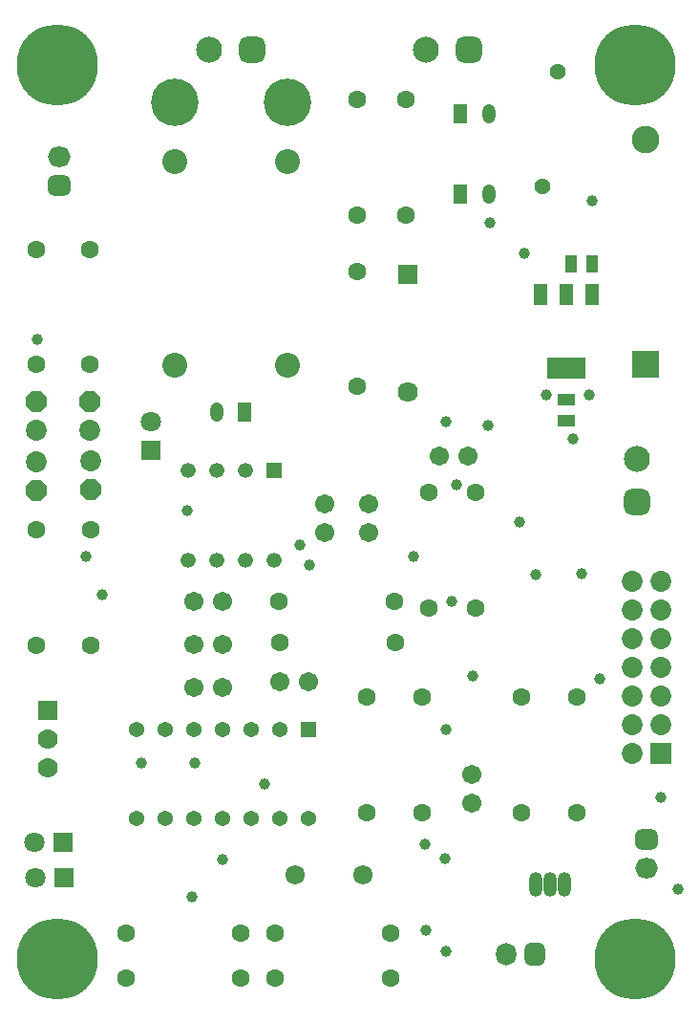
<source format=gbs>
G04*
G04 #@! TF.GenerationSoftware,Altium Limited,Altium Designer,21.3.2 (30)*
G04*
G04 Layer_Color=16711935*
%FSTAX25Y25*%
%MOIN*%
G70*
G04*
G04 #@! TF.SameCoordinates,19385EB9-96A7-4604-B433-F295045984F4*
G04*
G04*
G04 #@! TF.FilePolarity,Negative*
G04*
G01*
G75*
%ADD26C,0.06706*%
%ADD27R,0.05918X0.04343*%
%ADD28R,0.04540X0.07296*%
%ADD29R,0.13792X0.07296*%
%ADD30R,0.04343X0.05918*%
%ADD31C,0.07099*%
%ADD32R,0.07099X0.07099*%
G04:AMPARAMS|DCode=33|XSize=90.68mil|YSize=90.68mil|CornerRadius=24.67mil|HoleSize=0mil|Usage=FLASHONLY|Rotation=180.000|XOffset=0mil|YOffset=0mil|HoleType=Round|Shape=RoundedRectangle|*
%AMROUNDEDRECTD33*
21,1,0.09068,0.04134,0,0,180.0*
21,1,0.04134,0.09068,0,0,180.0*
1,1,0.04934,-0.02067,0.02067*
1,1,0.04934,0.02067,0.02067*
1,1,0.04934,0.02067,-0.02067*
1,1,0.04934,-0.02067,-0.02067*
%
%ADD33ROUNDEDRECTD33*%
%ADD34C,0.09068*%
%ADD35C,0.08674*%
G04:AMPARAMS|DCode=36|XSize=78.87mil|YSize=70.99mil|CornerRadius=19.75mil|HoleSize=0mil|Usage=FLASHONLY|Rotation=180.000|XOffset=0mil|YOffset=0mil|HoleType=Round|Shape=RoundedRectangle|*
%AMROUNDEDRECTD36*
21,1,0.07887,0.03150,0,0,180.0*
21,1,0.03937,0.07099,0,0,180.0*
1,1,0.03950,-0.01968,0.01575*
1,1,0.03950,0.01968,0.01575*
1,1,0.03950,0.01968,-0.01575*
1,1,0.03950,-0.01968,-0.01575*
%
%ADD36ROUNDEDRECTD36*%
%ADD37O,0.07887X0.07099*%
%ADD38C,0.06312*%
%ADD39P,0.07902X8X292.5*%
%ADD40C,0.07300*%
%ADD41R,0.05406X0.05406*%
%ADD42C,0.05406*%
%ADD43C,0.07000*%
%ADD44R,0.07000X0.07000*%
%ADD45C,0.06776*%
%ADD46O,0.04737X0.08674*%
%ADD47C,0.07296*%
%ADD48R,0.07296X0.07296*%
G04:AMPARAMS|DCode=49|XSize=90.68mil|YSize=90.68mil|CornerRadius=24.67mil|HoleSize=0mil|Usage=FLASHONLY|Rotation=90.000|XOffset=0mil|YOffset=0mil|HoleType=Round|Shape=RoundedRectangle|*
%AMROUNDEDRECTD49*
21,1,0.09068,0.04134,0,0,90.0*
21,1,0.04134,0.09068,0,0,90.0*
1,1,0.04934,0.02067,0.02067*
1,1,0.04934,0.02067,-0.02067*
1,1,0.04934,-0.02067,-0.02067*
1,1,0.04934,-0.02067,0.02067*
%
%ADD49ROUNDEDRECTD49*%
%ADD50O,0.04737X0.06706*%
%ADD51R,0.04737X0.06706*%
%ADD52C,0.09658*%
%ADD53R,0.09658X0.09658*%
%ADD54R,0.07099X0.07099*%
G04:AMPARAMS|DCode=55|XSize=78.87mil|YSize=70.99mil|CornerRadius=19.75mil|HoleSize=0mil|Usage=FLASHONLY|Rotation=270.000|XOffset=0mil|YOffset=0mil|HoleType=Round|Shape=RoundedRectangle|*
%AMROUNDEDRECTD55*
21,1,0.07887,0.03150,0,0,270.0*
21,1,0.03937,0.07099,0,0,270.0*
1,1,0.03950,-0.01575,-0.01968*
1,1,0.03950,-0.01575,0.01968*
1,1,0.03950,0.01575,0.01968*
1,1,0.03950,0.01575,-0.01968*
%
%ADD55ROUNDEDRECTD55*%
%ADD56O,0.07099X0.07887*%
%ADD57C,0.16548*%
%ADD58C,0.05635*%
%ADD59R,0.05249X0.05249*%
%ADD60C,0.05249*%
%ADD61R,0.07060X0.07060*%
%ADD62C,0.07060*%
%ADD63C,0.03950*%
%ADD64C,0.03398*%
%ADD103C,0.28359*%
D26*
X0192Y018D02*
D03*
X0202D02*
D03*
X0172035Y0208021D02*
D03*
X0162035D02*
D03*
Y0193011D02*
D03*
X0172035D02*
D03*
X0161935Y0178D02*
D03*
X0171935D02*
D03*
X02589Y0137665D02*
D03*
Y0147665D02*
D03*
X02476Y02588D02*
D03*
X02576D02*
D03*
X02076Y0231892D02*
D03*
Y0241893D02*
D03*
X0223Y0231892D02*
D03*
Y0241893D02*
D03*
D27*
X0292018Y0270906D02*
D03*
Y0278387D02*
D03*
D28*
X0301073Y0315087D02*
D03*
X0292018D02*
D03*
X0282963D02*
D03*
D29*
X0292018Y0289299D02*
D03*
D30*
X0301073Y0325787D02*
D03*
X0293593D02*
D03*
D31*
X01066Y01117D02*
D03*
X01064Y01241D02*
D03*
X0147Y02706D02*
D03*
D32*
X01166Y01117D02*
D03*
X01164Y01241D02*
D03*
D33*
X02579Y0400435D02*
D03*
X01824D02*
D03*
D34*
X02429D02*
D03*
X01674D02*
D03*
X0316614Y02575D02*
D03*
D35*
X0194599Y0290363D02*
D03*
Y0361229D02*
D03*
X0155229Y0290363D02*
D03*
Y0361229D02*
D03*
D36*
X0115Y0353D02*
D03*
X032Y0125D02*
D03*
D37*
X0115Y0363D02*
D03*
X032Y0115D02*
D03*
D38*
X0106903Y0330779D02*
D03*
Y0290622D02*
D03*
X0125803Y0330779D02*
D03*
Y0290622D02*
D03*
X0107003Y0232936D02*
D03*
Y0192778D02*
D03*
X0125903Y0232936D02*
D03*
Y0192778D02*
D03*
X0192121Y01938D02*
D03*
X0232279D02*
D03*
X0231979Y02081D02*
D03*
X0191821D02*
D03*
X0138242Y0076621D02*
D03*
X01784D02*
D03*
Y0092221D02*
D03*
X0138242D02*
D03*
X0190421Y0076621D02*
D03*
X0230579D02*
D03*
X0190421Y0092221D02*
D03*
X0230579D02*
D03*
X02764Y0174479D02*
D03*
Y0134321D02*
D03*
X02956D02*
D03*
Y0174479D02*
D03*
X02605Y0245821D02*
D03*
Y0205664D02*
D03*
X02441Y0245921D02*
D03*
Y0205764D02*
D03*
X0219Y03427D02*
D03*
Y0382857D02*
D03*
X02361Y03427D02*
D03*
Y0382857D02*
D03*
X02222Y0134321D02*
D03*
Y0174479D02*
D03*
X02416Y0134321D02*
D03*
Y0174479D02*
D03*
X0219Y0282821D02*
D03*
Y0322979D02*
D03*
D39*
X0106903Y0277601D02*
D03*
X0125803D02*
D03*
X0125903Y0246957D02*
D03*
X0107003Y0246657D02*
D03*
D40*
X0106903Y0267601D02*
D03*
X0125803D02*
D03*
X0125903Y0256957D02*
D03*
X0107003Y0256657D02*
D03*
D41*
X02021Y016346D02*
D03*
D42*
X01921D02*
D03*
X01821D02*
D03*
X01721D02*
D03*
X01621D02*
D03*
X01521D02*
D03*
X01421D02*
D03*
Y01322D02*
D03*
X01521D02*
D03*
X01621D02*
D03*
X01721D02*
D03*
X01821D02*
D03*
X01921D02*
D03*
X02021D02*
D03*
D43*
X0111Y015D02*
D03*
Y016D02*
D03*
D44*
Y017D02*
D03*
D45*
X0221Y01127D02*
D03*
X0197378D02*
D03*
D46*
X02812Y01093D02*
D03*
X02862D02*
D03*
X02912D02*
D03*
D47*
X0315Y0215D02*
D03*
Y0205D02*
D03*
X0325Y0215D02*
D03*
Y0205D02*
D03*
X0315Y0195D02*
D03*
X0325D02*
D03*
X0315Y0165D02*
D03*
X0325D02*
D03*
X0315Y0155D02*
D03*
X0325Y0175D02*
D03*
X0315D02*
D03*
X0325Y0185D02*
D03*
X0315D02*
D03*
D48*
X0325Y0155D02*
D03*
D49*
X0316614Y02425D02*
D03*
D50*
X02649Y0378121D02*
D03*
X0265Y03499D02*
D03*
X0169957Y0274121D02*
D03*
D51*
X0255058Y0378121D02*
D03*
X0255157Y03499D02*
D03*
X01798Y0274121D02*
D03*
D52*
X03197Y0369065D02*
D03*
D53*
Y02906D02*
D03*
D54*
X0147Y02606D02*
D03*
D55*
X0281Y0085D02*
D03*
D56*
X0271D02*
D03*
D57*
X01946Y0382021D02*
D03*
X015523D02*
D03*
D58*
X0283841Y035252D02*
D03*
X0288959Y039248D02*
D03*
D59*
X01899Y0253551D02*
D03*
D60*
X01799D02*
D03*
X01699D02*
D03*
X01599D02*
D03*
Y0222291D02*
D03*
X01699D02*
D03*
X01799D02*
D03*
X01899D02*
D03*
D61*
X02366Y0321887D02*
D03*
D62*
Y02811D02*
D03*
D63*
X0325Y01396D02*
D03*
X01437Y01516D02*
D03*
X01622Y01515D02*
D03*
X0331Y01075D02*
D03*
X01614Y01049D02*
D03*
X02536Y02487D02*
D03*
X02521Y02081D02*
D03*
X02498Y01183D02*
D03*
X02426Y01234D02*
D03*
X02023Y0220665D02*
D03*
X0198982Y0227697D02*
D03*
X01243Y02238D02*
D03*
X01075Y02994D02*
D03*
X02388Y02235D02*
D03*
X02501Y02705D02*
D03*
X0172Y01181D02*
D03*
X02756Y02357D02*
D03*
X01596Y02398D02*
D03*
X02945Y02648D02*
D03*
X02647Y02694D02*
D03*
X02774Y03294D02*
D03*
X02655Y03399D02*
D03*
X0301073Y0347627D02*
D03*
X03036Y01811D02*
D03*
X02594Y01819D02*
D03*
X0243Y00933D02*
D03*
X02501Y0086D02*
D03*
X013Y02104D02*
D03*
X02501Y01634D02*
D03*
X01868Y01444D02*
D03*
X02813Y02172D02*
D03*
X02975Y02175D02*
D03*
X0285Y028D02*
D03*
X03D02*
D03*
D64*
X0118676Y0072891D02*
D03*
X0103912Y0078993D02*
D03*
X0110014Y0093757D02*
D03*
X0124778Y0087654D02*
D03*
X0103912D02*
D03*
X0118676Y0093757D02*
D03*
X0124778Y0078993D02*
D03*
X0110014Y0072891D02*
D03*
X0320211D02*
D03*
X0305447Y0078993D02*
D03*
X031155Y0093757D02*
D03*
X0326313Y0087654D02*
D03*
X0305447D02*
D03*
X0320211Y0093757D02*
D03*
X0326313Y0078993D02*
D03*
X031155Y0072891D02*
D03*
X0118676Y0384681D02*
D03*
X0103912Y0390784D02*
D03*
X0110014Y0405547D02*
D03*
X0124778Y0399445D02*
D03*
X0103912D02*
D03*
X0118676Y0405547D02*
D03*
X0124778Y0390784D02*
D03*
X0110014Y0384681D02*
D03*
X031155D02*
D03*
X0326313Y0390784D02*
D03*
X0320211Y0405547D02*
D03*
X0305447Y0399445D02*
D03*
X0326313D02*
D03*
X031155Y0405547D02*
D03*
X0305447Y0390784D02*
D03*
X0320211Y0384681D02*
D03*
D103*
X0114345Y0083324D02*
D03*
X031588D02*
D03*
X0114345Y0395114D02*
D03*
X031588D02*
D03*
M02*

</source>
